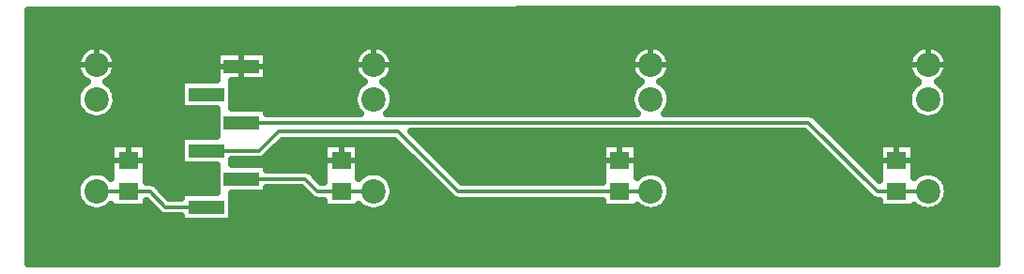
<source format=gbr>
G04 DipTrace 3.3.1.3*
G04 Top.gbr*
%MOIN*%
G04 #@! TF.FileFunction,Copper,L1,Top*
G04 #@! TF.Part,Single*
G04 #@! TA.AperFunction,Conductor*
%ADD13C,0.012*%
G04 #@! TA.AperFunction,CopperBalancing*
%ADD14C,0.025*%
%ADD15C,0.02*%
%ADD16R,0.070866X0.062992*%
%ADD18R,0.125197X0.05*%
G04 #@! TA.AperFunction,ComponentPad*
%ADD34C,0.086614*%
%FSLAX26Y26*%
G04*
G70*
G90*
G75*
G01*
G04 Top*
%LPD*%
X3838583Y692126D2*
D13*
X3728108D1*
X3727961Y691979D1*
X1401238Y935827D2*
X3414615D1*
X3658463Y691979D1*
X3727961D1*
X2854331Y692126D2*
X2743728D1*
X2743581Y691979D1*
X1276041Y835827D2*
X1462946D1*
X1532501Y905381D1*
X1956820D1*
X2170223Y691979D1*
X2743581D1*
X1870079Y692126D2*
X1756239D1*
X1756092Y691979D1*
X1401238Y735827D2*
X1627175D1*
X1671022Y691979D1*
X1756092D1*
X885827Y692126D2*
X999913D1*
X1000060Y691979D1*
X1276041Y635827D2*
X1131255D1*
X1075102Y691979D1*
X1000060D1*
X644940Y1313025D2*
D14*
X4079474D1*
X644940Y1288156D2*
X4079474D1*
X644940Y1263287D2*
X4079474D1*
X644940Y1238419D2*
X4079474D1*
X644940Y1213550D2*
X4079474D1*
X644940Y1188681D2*
X832386D1*
X939261D2*
X1816654D1*
X1923492D2*
X2800921D1*
X2907760D2*
X3785152D1*
X3891992D2*
X4079474D1*
X644940Y1163812D2*
X817387D1*
X954261D2*
X1309646D1*
X1492811D2*
X1801618D1*
X1938529D2*
X2785886D1*
X2922795D2*
X3770152D1*
X3907028D2*
X4079474D1*
X644940Y1138944D2*
X813547D1*
X958101D2*
X1309646D1*
X1492811D2*
X1797814D1*
X1942332D2*
X2782046D1*
X2926600D2*
X3766314D1*
X3910866D2*
X4079474D1*
X644940Y1114075D2*
X818894D1*
X952753D2*
X1309646D1*
X1492811D2*
X1803161D1*
X1936986D2*
X2787428D1*
X2921252D2*
X3771660D1*
X3905520D2*
X4079474D1*
X644940Y1089206D2*
X836476D1*
X935171D2*
X1309646D1*
X1492811D2*
X1820744D1*
X1919438D2*
X2804975D1*
X2903669D2*
X3789243D1*
X3887937D2*
X4079474D1*
X644940Y1064337D2*
X830341D1*
X941307D2*
X1184446D1*
X1367647D2*
X1814608D1*
X1925573D2*
X2798840D1*
X2909806D2*
X3783106D1*
X3894073D2*
X4079474D1*
X644940Y1039469D2*
X816633D1*
X955014D2*
X1184446D1*
X1367647D2*
X1800865D1*
X1939282D2*
X2785131D1*
X2923513D2*
X3769399D1*
X3907781D2*
X4079474D1*
X644940Y1014600D2*
X813655D1*
X957993D2*
X1184446D1*
X1367647D2*
X1797921D1*
X1942260D2*
X2782154D1*
X2926492D2*
X3766421D1*
X3910759D2*
X4079474D1*
X644940Y989731D2*
X819899D1*
X951749D2*
X1184446D1*
X1367647D2*
X1804165D1*
X1935980D2*
X2788433D1*
X2920248D2*
X3772664D1*
X3904479D2*
X4079474D1*
X644940Y964862D2*
X839133D1*
X932514D2*
X1309646D1*
X3431705D2*
X3791899D1*
X3885281D2*
X4079474D1*
X644940Y939993D2*
X1309646D1*
X3458906D2*
X4079474D1*
X644940Y915125D2*
X1309646D1*
X3483773D2*
X4079474D1*
X644940Y890256D2*
X1309646D1*
X2020381D2*
X3411741D1*
X3508640D2*
X4079474D1*
X644940Y865387D2*
X1184446D1*
X1540967D2*
X1948348D1*
X2045248D2*
X3436609D1*
X3533509D2*
X4079474D1*
X644940Y840518D2*
X935625D1*
X1064497D2*
X1184446D1*
X1516100D2*
X1691669D1*
X1820505D2*
X1973217D1*
X2070151D2*
X2679165D1*
X2808003D2*
X3461476D1*
X3558377D2*
X3663541D1*
X3792377D2*
X4079474D1*
X644940Y815650D2*
X935625D1*
X1064497D2*
X1184446D1*
X1491232D2*
X1691669D1*
X1820505D2*
X1998084D1*
X2095020D2*
X2679165D1*
X2808003D2*
X3486345D1*
X3583244D2*
X3663541D1*
X3792377D2*
X4079474D1*
X644940Y790781D2*
X935625D1*
X1064497D2*
X1184446D1*
X1367647D2*
X1691669D1*
X1820505D2*
X2022987D1*
X2119887D2*
X2679165D1*
X2808003D2*
X3511213D1*
X3608112D2*
X3663541D1*
X3792377D2*
X4079474D1*
X644940Y765912D2*
X935625D1*
X1064497D2*
X1309646D1*
X1641945D2*
X1691669D1*
X1820505D2*
X2047856D1*
X2144755D2*
X2679165D1*
X2808003D2*
X3536080D1*
X3632979D2*
X3663541D1*
X3792377D2*
X4079474D1*
X644940Y741043D2*
X833534D1*
X1064497D2*
X1309646D1*
X1670402D2*
X1691669D1*
X1922381D2*
X2072723D1*
X2169622D2*
X2679165D1*
X2906612D2*
X3560948D1*
X3890879D2*
X4079474D1*
X644940Y716175D2*
X817818D1*
X1099304D2*
X1309646D1*
X1938097D2*
X2097591D1*
X2922365D2*
X3585815D1*
X3906596D2*
X4079474D1*
X644940Y691306D2*
X813547D1*
X1124244D2*
X1309646D1*
X1492811D2*
X1623238D1*
X1942367D2*
X2122458D1*
X2926635D2*
X3610684D1*
X3910866D2*
X4079474D1*
X644940Y666437D2*
X818427D1*
X1367647D2*
X1648428D1*
X1937488D2*
X2147650D1*
X2921719D2*
X3635874D1*
X3905987D2*
X4079474D1*
X644940Y641568D2*
X835220D1*
X1064497D2*
X1077045D1*
X1367647D2*
X1691669D1*
X1920694D2*
X2679165D1*
X2904961D2*
X3663541D1*
X3889193D2*
X4079474D1*
X644940Y616699D2*
X1101948D1*
X1367647D2*
X4079474D1*
X644940Y591831D2*
X1184446D1*
X1367647D2*
X4079474D1*
X644940Y566962D2*
X4079474D1*
X644940Y542093D2*
X4079474D1*
X644940Y517224D2*
X4079474D1*
X644940Y492356D2*
X4079474D1*
X644940Y467487D2*
X4079474D1*
X644940Y442618D2*
X4079474D1*
X1196136Y687319D2*
X1312150D1*
X1312147Y784344D1*
X1186950Y784335D1*
Y887319D1*
X1312150D1*
X1312147Y984344D1*
X1186950Y984335D1*
Y1087319D1*
X1312150D1*
X1312147Y1187319D1*
X1490328D1*
Y1084335D1*
X1365129D1*
X1365131Y987310D1*
X1490328Y987319D1*
Y968336D1*
X1821979Y968319D1*
X1817003Y973567D1*
X1810566Y982428D1*
X1805593Y992186D1*
X1802209Y1002604D1*
X1800495Y1013421D1*
Y1024374D1*
X1802209Y1035192D1*
X1805593Y1045609D1*
X1810566Y1055367D1*
X1817003Y1064228D1*
X1824748Y1071974D1*
X1833609Y1078411D1*
X1836087Y1079983D1*
X1829867Y1083892D1*
X1824094Y1088434D1*
X1818831Y1093558D1*
X1814134Y1099206D1*
X1810058Y1105316D1*
X1806646Y1111822D1*
X1803936Y1118650D1*
X1801959Y1125724D1*
X1800736Y1132967D1*
X1800282Y1140299D1*
X1800601Y1147638D1*
X1801689Y1154903D1*
X1803535Y1162013D1*
X1806118Y1168890D1*
X1809408Y1175457D1*
X1813371Y1181642D1*
X1817963Y1187375D1*
X1823131Y1192596D1*
X1828819Y1197244D1*
X1834965Y1201268D1*
X1841499Y1204625D1*
X1848349Y1207276D1*
X1855441Y1209192D1*
X1862694Y1210352D1*
X1870029Y1210744D1*
X1877365Y1210362D1*
X1884619Y1209213D1*
X1891714Y1207306D1*
X1898568Y1204665D1*
X1905108Y1201318D1*
X1911259Y1197303D1*
X1916953Y1192663D1*
X1922129Y1187450D1*
X1926728Y1181722D1*
X1930699Y1175543D1*
X1934000Y1168980D1*
X1936592Y1162108D1*
X1938449Y1155000D1*
X1939547Y1147738D1*
X1939854Y1139108D1*
X1939274Y1131785D1*
X1937928Y1124564D1*
X1935831Y1117524D1*
X1933005Y1110743D1*
X1929483Y1104297D1*
X1925303Y1098257D1*
X1920510Y1092690D1*
X1915160Y1087657D1*
X1909310Y1083214D1*
X1903962Y1079928D1*
X1911106Y1075366D1*
X1919434Y1068253D1*
X1926547Y1059925D1*
X1932270Y1050585D1*
X1936462Y1040467D1*
X1939018Y1029816D1*
X1939878Y1018898D1*
X1939018Y1007979D1*
X1936462Y997328D1*
X1932270Y987210D1*
X1926547Y977870D1*
X1919434Y969542D1*
X1918098Y968307D1*
X2806211Y968319D1*
X2801255Y973567D1*
X2794818Y982428D1*
X2789845Y992186D1*
X2786461Y1002604D1*
X2784747Y1013421D1*
Y1024374D1*
X2786461Y1035192D1*
X2789845Y1045609D1*
X2794818Y1055367D1*
X2801255Y1064228D1*
X2809000Y1071974D1*
X2817861Y1078411D1*
X2820339Y1079983D1*
X2814119Y1083892D1*
X2808346Y1088434D1*
X2803083Y1093558D1*
X2798386Y1099206D1*
X2794310Y1105316D1*
X2790898Y1111822D1*
X2788188Y1118650D1*
X2786211Y1125724D1*
X2784988Y1132967D1*
X2784534Y1140299D1*
X2784853Y1147638D1*
X2785941Y1154903D1*
X2787787Y1162013D1*
X2790370Y1168890D1*
X2793660Y1175457D1*
X2797623Y1181642D1*
X2802215Y1187375D1*
X2807383Y1192596D1*
X2813071Y1197244D1*
X2819217Y1201268D1*
X2825751Y1204625D1*
X2832601Y1207276D1*
X2839693Y1209192D1*
X2846946Y1210352D1*
X2854281Y1210744D1*
X2861617Y1210362D1*
X2868871Y1209213D1*
X2875966Y1207306D1*
X2882820Y1204665D1*
X2889360Y1201318D1*
X2895510Y1197303D1*
X2901205Y1192663D1*
X2906381Y1187450D1*
X2910980Y1181722D1*
X2914951Y1175543D1*
X2918252Y1168980D1*
X2920844Y1162108D1*
X2922701Y1155000D1*
X2923799Y1147738D1*
X2924106Y1139108D1*
X2923526Y1131785D1*
X2922180Y1124564D1*
X2920083Y1117524D1*
X2917257Y1110743D1*
X2913735Y1104297D1*
X2909555Y1098257D1*
X2904762Y1092690D1*
X2899412Y1087657D1*
X2893562Y1083214D1*
X2888214Y1079928D1*
X2895358Y1075366D1*
X2903686Y1068253D1*
X2910799Y1059925D1*
X2916522Y1050585D1*
X2920714Y1040467D1*
X2923270Y1029816D1*
X2924130Y1018898D1*
X2923270Y1007979D1*
X2920714Y997328D1*
X2916522Y987210D1*
X2910799Y977870D1*
X2903686Y969542D1*
X2902350Y968307D1*
X3417164Y968219D1*
X3422199Y967421D1*
X3427049Y965845D1*
X3431592Y963531D1*
X3435717Y960534D1*
X3483060Y913332D1*
X3666031Y730361D1*
X3666035Y860203D1*
X3789886D1*
Y742109D1*
X3797555Y748594D1*
X3806895Y754318D1*
X3817013Y758509D1*
X3827664Y761066D1*
X3838583Y761925D1*
X3849501Y761066D1*
X3860152Y758509D1*
X3870270Y754318D1*
X3879610Y748594D1*
X3887938Y741482D1*
X3895051Y733154D1*
X3900774Y723814D1*
X3904966Y713696D1*
X3907522Y703045D1*
X3908382Y692126D1*
X3907522Y681207D1*
X3904966Y670556D1*
X3900774Y660438D1*
X3895051Y651098D1*
X3887938Y642770D1*
X3879610Y635657D1*
X3870270Y629934D1*
X3860152Y625743D1*
X3849501Y623186D1*
X3838583Y622327D1*
X3827664Y623186D1*
X3817013Y625743D1*
X3806895Y629934D1*
X3797555Y635657D1*
X3789871Y642175D1*
X3789886Y633991D1*
X3666035D1*
Y659504D1*
X3655913Y659587D1*
X3650878Y660385D1*
X3646029Y661961D1*
X3641486Y664274D1*
X3637361Y667272D1*
X3590017Y714474D1*
X3401159Y903332D1*
X2004833Y903335D1*
X2183676Y724476D1*
X2681680Y724471D1*
X2681656Y860203D1*
X2805507D1*
Y742037D1*
X2813303Y748594D1*
X2822643Y754318D1*
X2832761Y758509D1*
X2843412Y761066D1*
X2854331Y761925D1*
X2865249Y761066D1*
X2875900Y758509D1*
X2886018Y754318D1*
X2895358Y748594D1*
X2903686Y741482D1*
X2910799Y733154D1*
X2916522Y723814D1*
X2920714Y713696D1*
X2923270Y703045D1*
X2924130Y692126D1*
X2923270Y681207D1*
X2920714Y670556D1*
X2916522Y660438D1*
X2910799Y651098D1*
X2903686Y642770D1*
X2895358Y635657D1*
X2886018Y629934D1*
X2875900Y625743D1*
X2865249Y623186D1*
X2854331Y622327D1*
X2843412Y623186D1*
X2832761Y625743D1*
X2822643Y629934D1*
X2813303Y635657D1*
X2805493Y642291D1*
X2805507Y633991D1*
X2681656D1*
Y659504D1*
X2167673Y659587D1*
X2162638Y660385D1*
X2157789Y661961D1*
X2153245Y664274D1*
X2149121Y667272D1*
X2101777Y714474D1*
X1943367Y872883D1*
X1545983Y872888D1*
X1484049Y811119D1*
X1479924Y808122D1*
X1475381Y805808D1*
X1470531Y804232D1*
X1465496Y803434D1*
X1398642Y803335D1*
X1365163D1*
X1365131Y787310D1*
X1490328Y787319D1*
Y768336D1*
X1629724Y768219D1*
X1634760Y767421D1*
X1639609Y765845D1*
X1644152Y763531D1*
X1648277Y760534D1*
X1684482Y724471D1*
X1694168D1*
X1694167Y860203D1*
X1818017D1*
Y738592D1*
X1824748Y745202D1*
X1833609Y751639D1*
X1843367Y756612D1*
X1853785Y759996D1*
X1864602Y761710D1*
X1875555D1*
X1886373Y759996D1*
X1896790Y756612D1*
X1906549Y751639D1*
X1915409Y745202D1*
X1923155Y737457D1*
X1929592Y728596D1*
X1934564Y718837D1*
X1937949Y708420D1*
X1939663Y697602D1*
Y686650D1*
X1937949Y675832D1*
X1934564Y665415D1*
X1929592Y655656D1*
X1923155Y646795D1*
X1915409Y639050D1*
X1906549Y632613D1*
X1896790Y627640D1*
X1886373Y624256D1*
X1875555Y622542D1*
X1864602D1*
X1853785Y624256D1*
X1843367Y627640D1*
X1833609Y632613D1*
X1824748Y639050D1*
X1818005Y645710D1*
X1818017Y633991D1*
X1694167D1*
Y659504D1*
X1668474Y659587D1*
X1663437Y660385D1*
X1658588Y661961D1*
X1654046Y664274D1*
X1649921Y667272D1*
X1613717Y703335D1*
X1490349D1*
X1490328Y684335D1*
X1365129D1*
X1365131Y584335D1*
X1186950D1*
Y603318D1*
X1128706Y603434D1*
X1123669Y604232D1*
X1118820Y605808D1*
X1114278Y608122D1*
X1110152Y611119D1*
X1061972Y659159D1*
X1061986Y633991D1*
X938135D1*
Y645940D1*
X931157Y639050D1*
X922297Y632613D1*
X912538Y627640D1*
X902121Y624256D1*
X891303Y622542D1*
X880350D1*
X869533Y624256D1*
X859115Y627640D1*
X849357Y632613D1*
X840496Y639050D1*
X832751Y646795D1*
X826314Y655656D1*
X821341Y665415D1*
X817957Y675832D1*
X816243Y686650D1*
Y697602D1*
X817957Y708420D1*
X821341Y718837D1*
X826314Y728596D1*
X832751Y737457D1*
X840496Y745202D1*
X849357Y751639D1*
X859115Y756612D1*
X869533Y759996D1*
X880350Y761710D1*
X891303D1*
X902121Y759996D1*
X912538Y756612D1*
X922297Y751639D1*
X931157Y745202D1*
X938133Y738290D1*
X938135Y860203D1*
X1061986D1*
Y724453D1*
X1077652Y724371D1*
X1082688Y723573D1*
X1087537Y721997D1*
X1092080Y719684D1*
X1096205Y716686D1*
X1144690Y668343D1*
X1186983Y668319D1*
X1186950Y687319D1*
X1196136D1*
X955411Y1013421D2*
X953697Y1002604D1*
X950312Y992186D1*
X945340Y982428D1*
X938903Y973567D1*
X931157Y965822D1*
X922297Y959385D1*
X912538Y954412D1*
X902121Y951028D1*
X891303Y949314D1*
X880350D1*
X869533Y951028D1*
X859115Y954412D1*
X849357Y959385D1*
X840496Y965822D1*
X832751Y973567D1*
X826314Y982428D1*
X821341Y992186D1*
X817957Y1002604D1*
X816243Y1013421D1*
Y1024374D1*
X817957Y1035192D1*
X821341Y1045609D1*
X826314Y1055367D1*
X832751Y1064228D1*
X840496Y1071974D1*
X849357Y1078411D1*
X851835Y1079983D1*
X845615Y1083892D1*
X839843Y1088434D1*
X834579Y1093558D1*
X829882Y1099206D1*
X825806Y1105316D1*
X822394Y1111822D1*
X819684Y1118650D1*
X817707Y1125724D1*
X816484Y1132967D1*
X816030Y1140299D1*
X816349Y1147638D1*
X817437Y1154903D1*
X819283Y1162013D1*
X821866Y1168890D1*
X825156Y1175457D1*
X829119Y1181642D1*
X833711Y1187375D1*
X838879Y1192596D1*
X844567Y1197244D1*
X850713Y1201268D1*
X857247Y1204625D1*
X864097Y1207276D1*
X871189Y1209192D1*
X878442Y1210352D1*
X885777Y1210744D1*
X893113Y1210362D1*
X900367Y1209213D1*
X907462Y1207306D1*
X914316Y1204665D1*
X920856Y1201318D1*
X927007Y1197303D1*
X932701Y1192663D1*
X937877Y1187450D1*
X942476Y1181722D1*
X946448Y1175543D1*
X949748Y1168980D1*
X952340Y1162108D1*
X954197Y1155000D1*
X955295Y1147738D1*
X955602Y1139108D1*
X955022Y1131785D1*
X953676Y1124564D1*
X951579Y1117524D1*
X948753Y1110743D1*
X945231Y1104297D1*
X941051Y1098257D1*
X936259Y1092690D1*
X930908Y1087657D1*
X925058Y1083214D1*
X919710Y1079928D1*
X926854Y1075366D1*
X935182Y1068253D1*
X942295Y1059925D1*
X948018Y1050585D1*
X952210Y1040467D1*
X954766Y1029816D1*
X955626Y1018898D1*
X955411Y1013421D1*
X3908167D2*
X3906453Y1002604D1*
X3903068Y992186D1*
X3898096Y982428D1*
X3891659Y973567D1*
X3883913Y965822D1*
X3875052Y959385D1*
X3865294Y954412D1*
X3854877Y951028D1*
X3844059Y949314D1*
X3833106D1*
X3822289Y951028D1*
X3811871Y954412D1*
X3802113Y959385D1*
X3793252Y965822D1*
X3785507Y973567D1*
X3779070Y982428D1*
X3774097Y992186D1*
X3770713Y1002604D1*
X3768999Y1013421D1*
Y1024374D1*
X3770713Y1035192D1*
X3774097Y1045609D1*
X3779070Y1055367D1*
X3785507Y1064228D1*
X3793252Y1071974D1*
X3802113Y1078411D1*
X3804591Y1079983D1*
X3798371Y1083892D1*
X3792598Y1088434D1*
X3787335Y1093558D1*
X3782638Y1099206D1*
X3778562Y1105316D1*
X3775150Y1111822D1*
X3772440Y1118650D1*
X3770463Y1125724D1*
X3769240Y1132967D1*
X3768786Y1140299D1*
X3769105Y1147638D1*
X3770193Y1154903D1*
X3772039Y1162013D1*
X3774622Y1168890D1*
X3777912Y1175457D1*
X3781875Y1181642D1*
X3786467Y1187375D1*
X3791635Y1192596D1*
X3797323Y1197244D1*
X3803469Y1201268D1*
X3810003Y1204625D1*
X3816853Y1207276D1*
X3823945Y1209192D1*
X3831198Y1210352D1*
X3838533Y1210744D1*
X3845869Y1210362D1*
X3853123Y1209213D1*
X3860218Y1207306D1*
X3867072Y1204665D1*
X3873612Y1201318D1*
X3879762Y1197303D1*
X3885457Y1192663D1*
X3890633Y1187450D1*
X3895232Y1181722D1*
X3899203Y1175543D1*
X3902504Y1168980D1*
X3905096Y1162108D1*
X3906953Y1155000D1*
X3908051Y1147738D1*
X3908358Y1139108D1*
X3907778Y1131785D1*
X3906432Y1124564D1*
X3904335Y1117524D1*
X3901509Y1110743D1*
X3897987Y1104297D1*
X3893807Y1098257D1*
X3889014Y1092690D1*
X3883664Y1087657D1*
X3877814Y1083214D1*
X3872466Y1079928D1*
X3879610Y1075366D1*
X3887938Y1068253D1*
X3895051Y1059925D1*
X3900774Y1050585D1*
X3904966Y1040467D1*
X3907522Y1029816D1*
X3908382Y1018898D1*
X3908167Y1013421D1*
X642445Y433760D2*
X4082016D1*
X4081988Y1337849D1*
X642409Y1333971D1*
X642421Y433743D1*
X1401238Y1187283D2*
D15*
Y1084370D1*
X1312182Y1135827D2*
X1490293D1*
X885827Y1210709D2*
Y1140945D1*
X816063D2*
X955591D1*
X1000060Y860168D2*
Y802215D1*
X938171D2*
X1061950D1*
X1870079Y1210709D2*
Y1140945D1*
X1800315D2*
X1939843D1*
X1756092Y860168D2*
Y802215D1*
X1694202D2*
X1817982D1*
X2854331Y1210709D2*
Y1140945D1*
X2784567D2*
X2924094D1*
X2743581Y860168D2*
Y802215D1*
X2681692D2*
X2805471D1*
X3838583Y1210709D2*
Y1140945D1*
X3768819D2*
X3908346D1*
X3727961Y860168D2*
Y802215D1*
X3666071D2*
X3789850D1*
D16*
X1000060D3*
Y691979D3*
X1756092Y802215D3*
Y691979D3*
X2743581Y802215D3*
Y691979D3*
X3727961Y802215D3*
Y691979D3*
D18*
X1276041Y635827D3*
X1401238Y735827D3*
X1276041Y835827D3*
X1401238Y935827D3*
X1276041Y1035827D3*
X1401238Y1135827D3*
D34*
X885827Y692126D3*
Y1018898D3*
Y1140945D3*
X1870079Y692126D3*
Y1018898D3*
Y1140945D3*
X2854331Y692126D3*
Y1018898D3*
Y1140945D3*
X3838583Y692126D3*
Y1018898D3*
Y1140945D3*
M02*

</source>
